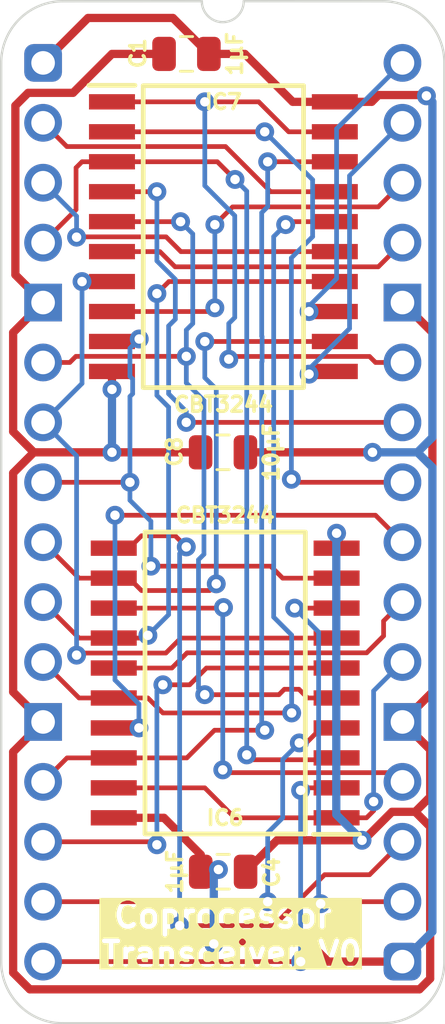
<source format=kicad_pcb>
(kicad_pcb (version 20241229) (generator "pcbnew") (generator_version "9.0")
  (title_block (title "Coprocessor Transceiver") (date "2025-06-17") (rev "V0"))
  (layers (0 "F.Cu" signal) (2 "B.Cu" signal) (13 "F.Paste" user) (15 "B.Paste" user) (5 "F.SilkS" user "F.Silkscreen") (7 "B.SilkS" user "B.Silkscreen") (1 "F.Mask" user) (3 "B.Mask" user) (25 "Edge.Cuts" user))
  (net 0 "")
  (net 1 "GND")
  (net 2 "5V")
  (net 3 "M~{Memory2•3}")
  (net 4 "M~{Memory0•1}")
  (net 5 "DM4")
  (net 6 "Q1D_{0}")
  (net 7 "Q1D_{4}")
  (net 8 "DM5")
  (net 9 "Q1D_{2}")
  (net 10 "Q1D_{3}")
  (net 11 "DM1")
  (net 12 "DM0")
  (net 13 "Q1D_{5}")
  (net 14 "Q1D_{1}")
  (net 15 "DM7")
  (net 16 "DM3")
  (net 17 "Q1D_{7}")
  (net 18 "DM6")
  (net 19 "Q1D_{6}")
  (net 20 "DM2")
  (net 21 "Q0D_{5}")
  (net 22 "Q0D_{1}")
  (net 23 "Q0D_{4}")
  (net 24 "Q0D_{0}")
  (net 25 "Q0D_{2}")
  (net 26 "Q0D_{3}")
  (net 27 "Q0D_{7}")
  (net 28 "Q0D_{6}")
  (footprint "SamacSys_Parts:C_0805" (layer "F.Cu") (at 6.096 -0.381 90)
    (property "Reference" "C1" (at 0.026999 -2.075 90) (layer "F.SilkS") (effects (font (size 0.635 0.635))))
    (property "Value" "1μF" (at 0 2.032 90) (layer "F.SilkS") (effects (font (size 0.635 0.635))))
    (fp_line (start 0.735 0.245252) (end 0.735 -0.277252) (stroke (width 0.12)) (layer "F.SilkS"))
    (fp_line (start -0.735 0.245252) (end -0.735 -0.277252) (stroke (width 0.12)) (layer "F.SilkS"))
    (pad "1" smd roundrect (at 0 0.934 180) (size 1 1.45) (layers "F.Cu" "F.Mask" "F.Paste") (net 2 "5V"))
    (pad "2" smd roundrect (at 0 -0.966 180) (size 1 1.45) (layers "F.Cu" "F.Mask" "F.Paste") (net 1 "GND"))
  )
  (footprint "SamacSys_Parts:SOIC127P1032X265-20N" (layer "F.Cu") (at 7.721 26.289 180)
    (property "Reference" "IC6" (at 0 -5.715 0) (layer "F.SilkS") (effects (font (size 0.635 0.635))))
    (property "Value" "CBT3244AD,112" (hide yes))
    (property "Silkscreen" "CBT3244" (at 0 7.111999 0) (layer "F.SilkS") (effects (font (size 0.635 0.635))))
    (fp_line (start 3.4 6.399999) (end -3.4 6.399999) (stroke (width 0.2)) (layer "F.SilkS"))
    (fp_line (start 3.4 -6.399999) (end 3.4 6.399999) (stroke (width 0.2)) (layer "F.SilkS"))
    (fp_line (start -3.4 6.399999) (end -3.4 -6.399999) (stroke (width 0.2)) (layer "F.SilkS"))
    (fp_line (start -3.4 -6.399999) (end 3.4 -6.399999) (stroke (width 0.2)) (layer "F.SilkS"))
    (fp_line (start -5.7 -6.415) (end -3.749999 -6.415) (stroke (width 0.2)) (layer "F.SilkS"))
    (pad "1" smd rect (at -4.725 -5.715 270) (size 0.65 1.95) (layers "F.Cu" "F.Mask" "F.Paste") (net 3 "M~{Memory2•3}"))
    (pad "2" smd rect (at -4.725 -4.445 270) (size 0.65 1.95) (layers "F.Cu" "F.Mask" "F.Paste") (net 17 "Q1D_{7}"))
    (pad "3" smd rect (at -4.725001 -3.175 270) (size 0.65 1.95) (layers "F.Cu" "F.Mask" "F.Paste") (net 12 "DM0"))
    (pad "4" smd rect (at -4.725 -1.905 270) (size 0.65 1.95) (layers "F.Cu" "F.Mask" "F.Paste") (net 19 "Q1D_{6}"))
    (pad "5" smd rect (at -4.725 -0.635 270) (size 0.65 1.95) (layers "F.Cu" "F.Mask" "F.Paste") (net 11 "DM1"))
    (pad "6" smd rect (at -4.725 0.635 270) (size 0.65 1.95) (layers "F.Cu" "F.Mask" "F.Paste") (net 13 "Q1D_{5}"))
    (pad "7" smd rect (at -4.725 1.905 270) (size 0.65 1.95) (layers "F.Cu" "F.Mask" "F.Paste") (net 20 "DM2"))
    (pad "8" smd rect (at -4.725001 3.175 270) (size 0.65 1.95) (layers "F.Cu" "F.Mask" "F.Paste") (net 7 "Q1D_{4}"))
    (pad "9" smd rect (at -4.725 4.445 270) (size 0.65 1.95) (layers "F.Cu" "F.Mask" "F.Paste") (net 16 "DM3"))
    (pad "10" smd rect (at -4.725 5.715 270) (size 0.65 1.95) (layers "F.Cu" "F.Mask" "F.Paste") (net 1 "GND"))
    (pad "11" smd rect (at 4.725 5.715 270) (size 0.65 1.95) (layers "F.Cu" "F.Mask" "F.Paste") (net 10 "Q1D_{3}"))
    (pad "12" smd rect (at 4.725 4.445 270) (size 0.65 1.95) (layers "F.Cu" "F.Mask" "F.Paste") (net 5 "DM4"))
    (pad "13" smd rect (at 4.725001 3.175 270) (size 0.65 1.95) (layers "F.Cu" "F.Mask" "F.Paste") (net 9 "Q1D_{2}"))
    (pad "14" smd rect (at 4.725 1.905 270) (size 0.65 1.95) (layers "F.Cu" "F.Mask" "F.Paste") (net 8 "DM5"))
    (pad "15" smd rect (at 4.725 0.635 270) (size 0.65 1.95) (layers "F.Cu" "F.Mask" "F.Paste") (net 14 "Q1D_{1}"))
    (pad "16" smd rect (at 4.725 -0.635 270) (size 0.65 1.95) (layers "F.Cu" "F.Mask" "F.Paste") (net 18 "DM6"))
    (pad "17" smd rect (at 4.725 -1.905 270) (size 0.65 1.95) (layers "F.Cu" "F.Mask" "F.Paste") (net 6 "Q1D_{0}"))
    (pad "18" smd rect (at 4.725001 -3.175 270) (size 0.65 1.95) (layers "F.Cu" "F.Mask" "F.Paste") (net 15 "DM7"))
    (pad "19" smd rect (at 4.725 -4.445 270) (size 0.65 1.95) (layers "F.Cu" "F.Mask" "F.Paste") (net 3 "M~{Memory2•3}"))
    (pad "20" smd rect (at 4.725 -5.715 270) (size 0.65 1.95) (layers "F.Cu" "F.Mask" "F.Paste") (net 2 "5V"))
  )
  (footprint "SamacSys_Parts:C_0805" (layer "F.Cu") (at 7.646 16.51 90)
    (property "Reference" "C8" (at 0.026999 -2.075 90) (layer "F.SilkS") (effects (font (size 0.635 0.635))))
    (property "Value" "10µF" (at 0 2.032 90) (layer "F.SilkS") (effects (font (size 0.635 0.635))))
    (fp_line (start 0.735 0.245252) (end 0.735 -0.277252) (stroke (width 0.12)) (layer "F.SilkS"))
    (fp_line (start -0.735 0.245252) (end -0.735 -0.277252) (stroke (width 0.12)) (layer "F.SilkS"))
    (pad "1" smd roundrect (at 0 0.934 180) (size 1 1.45) (layers "F.Cu" "F.Mask" "F.Paste") (net 2 "5V"))
    (pad "2" smd roundrect (at 0 -0.966 180) (size 1 1.45) (layers "F.Cu" "F.Mask" "F.Paste") (net 1 "GND"))
  )
  (footprint "SamacSys_Parts:C_0805" (layer "F.Cu") (at 7.62 34.29 -90)
    (property "Reference" "C4" (at 0.026999 -2.075 90) (layer "F.SilkS") (effects (font (size 0.635 0.635))))
    (property "Value" "1μF" (at 0 2.032 90) (layer "F.SilkS") (effects (font (size 0.635 0.635))))
    (fp_line (start -0.735 0.245252) (end -0.735 -0.277252) (stroke (width 0.12)) (layer "F.SilkS"))
    (fp_line (start 0.735 0.245252) (end 0.735 -0.277252) (stroke (width 0.12)) (layer "F.SilkS"))
    (pad "1" smd roundrect (at 0 0.934) (size 1 1.45) (layers "F.Cu" "F.Mask" "F.Paste") (net 2 "5V"))
    (pad "2" smd roundrect (at 0 -0.966) (size 1 1.45) (layers "F.Cu" "F.Mask" "F.Paste") (net 1 "GND"))
  )
  (footprint "SamacSys_Parts:DIP-32_Board_W15.24mm" (layer "F.Cu") (at 0 0)
    (property "Reference" "J2" (hide yes))
    (property "Value" "Board 2x16 W15.24mm" (hide yes))
    (fp_line (start -1.778 38.1) (end -1.778 0) (stroke (width 0.1)) (layer "Edge.Cuts"))
    (fp_line (start 6.731 -2.6162) (end 0.835732 -2.613732) (stroke (width 0.1)) (layer "Edge.Cuts"))
    (fp_line (start 14.404267 -2.613733) (end 8.509 -2.6162) (stroke (width 0.1)) (layer "Edge.Cuts"))
    (fp_line (start 14.404268 40.713732) (end 0.835733 40.713733) (stroke (width 0.1)) (layer "Edge.Cuts"))
    (fp_line (start 17.018 38.1) (end 17.017999 -0.000001) (stroke (width 0.1)) (layer "Edge.Cuts"))
    (fp_arc (start -1.778 0) (mid -1.012456 -1.848188) (end 0.835732 -2.613732) (stroke (width 0.1)) (layer "Edge.Cuts"))
    (fp_arc (start 0.835733 40.713733) (mid -1.012456 39.948189) (end -1.778 38.1) (stroke (width 0.1)) (layer "Edge.Cuts"))
    (fp_arc (start 8.509 -2.6162) (mid 7.62 -1.7272) (end 6.731 -2.6162) (stroke (width 0.1)) (layer "Edge.Cuts"))
    (fp_arc (start 14.404267 -2.613733) (mid 16.252455 -1.848189) (end 17.017999 -0.000001) (stroke (width 0.1)) (layer "Edge.Cuts"))
    (fp_arc (start 17.018 38.1) (mid 16.252455 39.948187) (end 14.404268 40.713732) (stroke (width 0.1)) (layer "Edge.Cuts"))
    (pad "1" thru_hole roundrect (at 0 0) (size 1.6 1.6) (drill 1) (layers "*.Cu" "*.Mask") (net 2 "5V"))
    (pad "2" thru_hole oval (at 0 2.54) (size 1.6 1.6) (drill 1) (layers "*.Cu" "*.Mask") (net 24 "Q0D_{0}"))
    (pad "3" thru_hole oval (at 0 5.08) (size 1.6 1.6) (drill 1) (layers "*.Cu" "*.Mask") (net 22 "Q0D_{1}"))
    (pad "4" thru_hole oval (at 0 7.62) (size 1.6 1.6) (drill 1) (layers "*.Cu" "*.Mask") (net 12 "DM0"))
    (pad "5" thru_hole rect (at 0 10.16) (size 1.6 1.6) (drill 1) (layers "*.Cu" "*.Mask") (net 1 "GND"))
    (pad "6" thru_hole oval (at 0 12.7) (size 1.6 1.6) (drill 1) (layers "*.Cu" "*.Mask") (net 11 "DM1"))
    (pad "7" thru_hole oval (at 0 15.24) (size 1.6 1.6) (drill 1) (layers "*.Cu" "*.Mask") (net 20 "DM2"))
    (pad "8" thru_hole oval (at 0 17.78) (size 1.6 1.6) (drill 1) (layers "*.Cu" "*.Mask") (net 16 "DM3"))
    (pad "9" thru_hole oval (at 0 20.32) (size 1.6 1.6) (drill 1) (layers "*.Cu" "*.Mask") (net 5 "DM4"))
    (pad "10" thru_hole oval (at 0 22.86) (size 1.6 1.6) (drill 1) (layers "*.Cu" "*.Mask") (net 8 "DM5"))
    (pad "11" thru_hole oval (at 0 25.4) (size 1.6 1.6) (drill 1) (layers "*.Cu" "*.Mask") (net 18 "DM6"))
    (pad "12" thru_hole rect (at 0 27.94) (size 1.6 1.6) (drill 1) (layers "*.Cu" "*.Mask") (net 1 "GND"))
    (pad "13" thru_hole oval (at 0 30.48) (size 1.6 1.6) (drill 1) (layers "*.Cu" "*.Mask") (net 15 "DM7"))
    (pad "14" thru_hole oval (at 0 33.02) (size 1.6 1.6) (drill 1) (layers "*.Cu" "*.Mask") (net 13 "Q1D_{5}"))
    (pad "15" thru_hole oval (at 0 35.56) (size 1.6 1.6) (drill 1) (layers "*.Cu" "*.Mask") (net 19 "Q1D_{6}"))
    (pad "16" thru_hole oval (at 0 38.1) (size 1.6 1.6) (drill 1) (layers "*.Cu" "*.Mask") (net 17 "Q1D_{7}"))
    (pad "17" thru_hole roundrect (at 15.24 38.1) (size 1.6 1.6) (drill 1) (layers "*.Cu" "*.Mask") (net 2 "5V"))
    (pad "18" thru_hole oval (at 15.24 35.56 180) (size 1.6 1.6) (drill 1) (layers "*.Cu" "*.Mask") (net 7 "Q1D_{4}"))
    (pad "19" thru_hole oval (at 15.24 33.02 180) (size 1.6 1.6) (drill 1) (layers "*.Cu" "*.Mask") (net 10 "Q1D_{3}"))
    (pad "20" thru_hole oval (at 15.24 30.48 180) (size 1.6 1.6) (drill 1) (layers "*.Cu" "*.Mask") (net 9 "Q1D_{2}"))
    (pad "21" thru_hole rect (at 15.24 27.94) (size 1.6 1.6) (drill 1) (layers "*.Cu" "*.Mask") (net 1 "GND"))
    (pad "22" thru_hole oval (at 15.24 25.4) (size 1.6 1.6) (drill 1) (layers "*.Cu" "*.Mask") (net 3 "M~{Memory2•3}"))
    (pad "23" thru_hole oval (at 15.24 22.86) (size 1.6 1.6) (drill 1) (layers "*.Cu" "*.Mask") (net 14 "Q1D_{1}"))
    (pad "24" thru_hole oval (at 15.24 20.32) (size 1.6 1.6) (drill 1) (layers "*.Cu" "*.Mask") (net 6 "Q1D_{0}"))
    (pad "25" thru_hole oval (at 15.24 17.78) (size 1.6 1.6) (drill 1) (layers "*.Cu" "*.Mask") (net 27 "Q0D_{7}"))
    (pad "26" thru_hole oval (at 15.24 15.24) (size 1.6 1.6) (drill 1) (layers "*.Cu" "*.Mask") (net 28 "Q0D_{6}"))
    (pad "27" thru_hole oval (at 15.24 12.7) (size 1.6 1.6) (drill 1) (layers "*.Cu" "*.Mask") (net 4 "M~{Memory0•1}"))
    (pad "28" thru_hole rect (at 15.24 10.16) (size 1.6 1.6) (drill 1) (layers "*.Cu" "*.Mask") (net 1 "GND"))
    (pad "29" thru_hole oval (at 15.24 7.62) (size 1.6 1.6) (drill 1) (layers "*.Cu" "*.Mask") (net 21 "Q0D_{5}"))
    (pad "30" thru_hole oval (at 15.24 5.08) (size 1.6 1.6) (drill 1) (layers "*.Cu" "*.Mask") (net 23 "Q0D_{4}"))
    (pad "31" thru_hole oval (at 15.24 2.54) (size 1.6 1.6) (drill 1) (layers "*.Cu" "*.Mask") (net 26 "Q0D_{3}"))
    (pad "32" thru_hole oval (at 15.24 0) (size 1.6 1.6) (drill 1) (layers "*.Cu" "*.Mask") (net 25 "Q0D_{2}"))
  )
  (footprint "SamacSys_Parts:SOIC127P1032X265-20N" (layer "F.Cu") (at 7.646 7.366)
    (property "Reference" "IC7" (at 0 -5.715 0) (layer "F.SilkS") (effects (font (size 0.635 0.635))))
    (property "Value" "CBT3244AD,112" (hide yes))
    (property "Silkscreen" "CBT3244" (at 0 7.112 0) (layer "F.SilkS") (effects (font (size 0.635 0.635))))
    (fp_line (start -5.7 -6.415) (end -3.75 -6.415) (stroke (width 0.2)) (layer "F.SilkS"))
    (fp_line (start -3.4 -6.4) (end 3.4 -6.4) (stroke (width 0.2)) (layer "F.SilkS"))
    (fp_line (start -3.4 6.4) (end -3.4 -6.4) (stroke (width 0.2)) (layer "F.SilkS"))
    (fp_line (start 3.4 -6.4) (end 3.4 6.4) (stroke (width 0.2)) (layer "F.SilkS"))
    (fp_line (start 3.4 6.4) (end -3.4 6.4) (stroke (width 0.2)) (layer "F.SilkS"))
    (pad "1" smd rect (at -4.725 -5.715 90) (size 0.65 1.95) (layers "F.Cu" "F.Mask" "F.Paste") (net 4 "M~{Memory0•1}"))
    (pad "2" smd rect (at -4.725 -4.445 90) (size 0.65 1.95) (layers "F.Cu" "F.Mask" "F.Paste") (net 27 "Q0D_{7}"))
    (pad "3" smd rect (at -4.725 -3.175 90) (size 0.65 1.95) (layers "F.Cu" "F.Mask" "F.Paste") (net 12 "DM0"))
    (pad "4" smd rect (at -4.725 -1.905 90) (size 0.65 1.95) (layers "F.Cu" "F.Mask" "F.Paste") (net 28 "Q0D_{6}"))
    (pad "5" smd rect (at -4.725 -0.635 90) (size 0.65 1.95) (layers "F.Cu" "F.Mask" "F.Paste") (net 11 "DM1"))
    (pad "6" smd rect (at -4.725 0.635 90) (size 0.65 1.95) (layers "F.Cu" "F.Mask" "F.Paste") (net 21 "Q0D_{5}"))
    (pad "7" smd rect (at -4.725 1.905 90) (size 0.65 1.95) (layers "F.Cu" "F.Mask" "F.Paste") (net 20 "DM2"))
    (pad "8" smd rect (at -4.725 3.175 90) (size 0.65 1.95) (layers "F.Cu" "F.Mask" "F.Paste") (net 23 "Q0D_{4}"))
    (pad "9" smd rect (at -4.725 4.445 90) (size 0.65 1.95) (layers "F.Cu" "F.Mask" "F.Paste") (net 16 "DM3"))
    (pad "10" smd rect (at -4.725 5.715 90) (size 0.65 1.95) (layers "F.Cu" "F.Mask" "F.Paste") (net 1 "GND"))
    (pad "11" smd rect (at 4.725 5.715 90) (size 0.65 1.95) (layers "F.Cu" "F.Mask" "F.Paste") (net 26 "Q0D_{3}"))
    (pad "12" smd rect (at 4.725 4.445 90) (size 0.65 1.95) (layers "F.Cu" "F.Mask" "F.Paste") (net 5 "DM4"))
    (pad "13" smd rect (at 4.725 3.175 90) (size 0.65 1.95) (layers "F.Cu" "F.Mask" "F.Paste") (net 25 "Q0D_{2}"))
    (pad "14" smd rect (at 4.725 1.905 90) (size 0.65 1.95) (layers "F.Cu" "F.Mask" "F.Paste") (net 8 "DM5"))
    (pad "15" smd rect (at 4.725 0.635 90) (size 0.65 1.95) (layers "F.Cu" "F.Mask" "F.Paste") (net 22 "Q0D_{1}"))
    (pad "16" smd rect (at 4.725 -0.635 90) (size 0.65 1.95) (layers "F.Cu" "F.Mask" "F.Paste") (net 18 "DM6"))
    (pad "17" smd rect (at 4.725 -1.905 90) (size 0.65 1.95) (layers "F.Cu" "F.Mask" "F.Paste") (net 24 "Q0D_{0}"))
    (pad "18" smd rect (at 4.725 -3.175 90) (size 0.65 1.95) (layers "F.Cu" "F.Mask" "F.Paste") (net 15 "DM7"))
    (pad "19" smd rect (at 4.725 -4.445 90) (size 0.65 1.95) (layers "F.Cu" "F.Mask" "F.Paste") (net 4 "M~{Memory0•1}"))
    (pad "20" smd rect (at 4.725 -5.715 90) (size 0.65 1.95) (layers "F.Cu" "F.Mask" "F.Paste") (net 2 "5V"))
  )
  (gr_text "Coprocessor \nTransceiver V0" (at 8.001 38.354 0) (layer "F.SilkS" knockout) (effects (font (size 1 1) (thickness 0.2) (bold yes)) (justify bottom)))
  (segment (start -1.27 15.633116) (end -0.393116 16.51) (width 0.35) (layer "F.Cu") (net 1))
  (segment (start -1.27 29.21) (end -1.27 38.570555) (width 0.35) (layer "F.Cu") (net 1))
  (segment (start -1.27 26.67) (end 0 27.94) (width 0.35) (layer "F.Cu") (net 1))
  (segment (start 2.921 -0.381) (end 1.27 1.27) (width 0.35) (layer "F.Cu") (net 1))
  (segment (start 16.416 31.115) (end 16.416 29.116) (width 0.35) (layer "F.Cu") (net 1))
  (segment (start 15.781 31.75) (end 16.416 31.115) (width 0.35) (layer "F.Cu") (net 1))
  (segment (start 16.416 32.385) (end 15.781 31.75) (width 0.35) (layer "F.Cu") (net 1))
  (segment (start 16.416 29.116) (end 15.24 27.94) (width 0.35) (layer "F.Cu") (net 1))
  (segment (start 8.586 34.29) (end 9.9195 32.9565) (width 0.35) (layer "F.Cu") (net 1))
  (segment (start 16.51 11.43) (end 16.51 26.67) (width 0.35) (layer "F.Cu") (net 1))
  (segment (start 0 10.16) (end -1.27 11.43) (width 0.35) (layer "F.Cu") (net 1))
  (segment (start -1.27 17.386884) (end -1.27 26.67) (width 0.35) (layer "F.Cu") (net 1))
  (segment (start 15.24 10.16) (end 16.51 11.43) (width 0.35) (layer "F.Cu") (net 1))
  (segment (start -1.27 17.386884) (end -0.393116 16.51) (width 0.35) (layer "F.Cu") (net 1))
  (segment (start 0 27.94) (end -1.27 29.21) (width 0.35) (layer "F.Cu") (net 1))
  (segment (start 15.96143 39.276) (end 16.416 38.82143) (width 0.35) (layer "F.Cu") (net 1))
  (segment (start 2.921 16.51) (end -0.393116 16.51) (width 0.35) (layer "F.Cu") (net 1))
  (segment (start 6.68 16.51) (end 2.921 16.51) (width 0.35) (layer "F.Cu") (net 1))
  (segment (start -0.635 1.27) (end -1.176 1.811) (width 0.35) (layer "F.Cu") (net 1))
  (segment (start 16.51 26.67) (end 15.24 27.94) (width 0.35) (layer "F.Cu") (net 1))
  (segment (start 12.446 19.939) (end 12.446 20.574) (width 0.35) (layer "F.Cu") (net 1))
  (segment (start 5.13 -0.381) (end 2.921 -0.381) (width 0.35) (layer "F.Cu") (net 1))
  (segment (start 16.416 38.82143) (end 16.416 32.385) (width 0.35) (layer "F.Cu") (net 1))
  (segment (start -1.27 11.43) (end -1.27 15.633116) (width 0.35) (layer "F.Cu") (net 1))
  (segment (start 2.921 13.081) (end 2.921 13.843) (width 0.35) (layer "F.Cu") (net 1))
  (segment (start -1.176 1.811) (end -1.176 8.984) (width 0.35) (layer "F.Cu") (net 1))
  (segment (start 13.5885 32.9565) (end 13.5255 32.9565) (width 0.35) (layer "F.Cu") (net 1))
  (segment (start 14.795 31.75) (end 13.5885 32.9565) (width 0.35) (layer "F.Cu") (net 1))
  (segment (start 15.781 31.75) (end 14.795 31.75) (width 0.35) (layer "F.Cu") (net 1))
  (segment (start -0.564555 39.276) (end 15.96143 39.276) (width 0.35) (layer "F.Cu") (net 1))
  (segment (start 9.9195 32.9565) (end 13.5255 32.9565) (width 0.35) (layer "F.Cu") (net 1))
  (segment (start -1.176 8.984) (end 0 10.16) (width 0.35) (layer "F.Cu") (net 1))
  (segment (start 1.27 1.27) (end -0.635 1.27) (width 0.35) (layer "F.Cu") (net 1))
  (segment (start -1.27 38.570555) (end -0.564555 39.276) (width 0.35) (layer "F.Cu") (net 1))
  (via (at 2.921 16.51) (size 0.8) (drill 0.4) (layers "F.Cu" "B.Cu") (net 1))
  (via (at 12.446 19.939) (size 0.8) (drill 0.4) (layers "F.Cu" "B.Cu") (net 1))
  (via (at 13.5255 32.9565) (size 0.8) (drill 0.4) (layers "F.Cu" "B.Cu") (net 1))
  (via (at 2.921 13.843) (size 0.8) (drill 0.4) (layers "F.Cu" "B.Cu") (net 1))
  (segment (start 12.434 31.865) (end 13.5255 32.9565) (width 0.35) (layer "B.Cu") (net 1))
  (segment (start 12.434 19.951) (end 12.434 31.865) (width 0.35) (layer "B.Cu") (net 1))
  (segment (start 12.446 19.939) (end 12.434 19.951) (width 0.35) (layer "B.Cu") (net 1))
  (segment (start 2.921 13.843) (end 2.921 16.51) (width 0.35) (layer "B.Cu") (net 1))
  (segment (start 8.554 -0.381) (end 10.586 1.651) (width 0.35) (layer "F.Cu") (net 2))
  (segment (start 16.223 1.364) (end 14.224 1.364) (width 0.35) (layer "F.Cu") (net 2))
  (segment (start 12.088727 38.1) (end 11.263727 37.275) (width 0.35) (layer "F.Cu") (net 2))
  (segment (start 6.686 33.565) (end 5.125 32.004) (width 0.35) (layer "F.Cu") (net 2))
  (segment (start 7.03 -0.381) (end 5.506 -1.905) (width 0.35) (layer "F.Cu") (net 2))
  (segment (start 7.314 37.275) (end 7.239 37.35) (width 0.35) (layer "F.Cu") (net 2))
  (segment (start 12.371 1.651) (end 13.937 1.651) (width 0.35) (layer "F.Cu") (net 2))
  (segment (start 7.342312 34.29) (end 7.436 34.196312) (width 0.35) (layer "F.Cu") (net 2))
  (segment (start 5.125 32.004) (end 2.996 32.004) (width 0.35) (layer "F.Cu") (net 2))
  (segment (start 7.03 -0.381) (end 8.554 -0.381) (width 0.35) (layer "F.Cu") (net 2))
  (segment (start 16.256 1.397) (end 16.223 1.364) (width 0.35) (layer "F.Cu") (net 2))
  (segment (start 1.905 -1.905) (end 0 0) (width 0.35) (layer "F.Cu") (net 2))
  (segment (start 10.586 1.651) (end 12.371 1.651) (width 0.35) (layer "F.Cu") (net 2))
  (segment (start 13.937 1.651) (end 14.224 1.364) (width 0.35) (layer "F.Cu") (net 2))
  (segment (start 15.24 38.1) (end 12.088727 38.1) (width 0.35) (layer "F.Cu") (net 2))
  (segment (start 5.506 -1.905) (end 1.905 -1.905) (width 0.35) (layer "F.Cu") (net 2))
  (segment (start 6.686 34.29) (end 6.686 33.565) (width 0.35) (layer "F.Cu") (net 2))
  (segment (start 6.686 34.29) (end 7.342312 34.29) (width 0.35) (layer "F.Cu") (net 2))
  (segment (start 11.263727 37.275) (end 7.314 37.275) (width 0.35) (layer "F.Cu") (net 2))
  (segment (start 8.58 16.51) (end 13.97 16.51) (width 0.35) (layer "F.Cu") (net 2))
  (via (at 7.436 34.196312) (size 0.8) (drill 0.4) (layers "F.Cu" "B.Cu") (net 2))
  (via (at 13.97 16.51) (size 0.8) (drill 0.4) (layers "F.Cu" "B.Cu") (net 2))
  (via (at 7.239 37.35) (size 0.8) (drill 0.4) (layers "F.Cu" "B.Cu") (net 2))
  (via (at 16.256 1.397) (size 0.8) (drill 0.4) (layers "F.Cu" "B.Cu") (net 2))
  (segment (start 16.51 17.145) (end 16.51 36.83) (width 0.35) (layer "B.Cu") (net 2))
  (segment (start 16.51 1.651) (end 16.256 1.397) (width 0.35) (layer "B.Cu") (net 2))
  (segment (start 7.436 34.196312) (end 7.239 34.393312) (width 0.35) (layer "B.Cu") (net 2))
  (segment (start 15.875 16.51) (end 16.51 17.145) (width 0.35) (layer "B.Cu") (net 2))
  (segment (start 16.51 36.83) (end 15.24 38.1) (width 0.35) (layer "B.Cu") (net 2))
  (segment (start 7.239 34.393312) (end 7.239 37.35) (width 0.35) (layer "B.Cu") (net 2))
  (segment (start 15.875 16.51) (end 16.51 15.875) (width 0.35) (layer "B.Cu") (net 2))
  (segment (start 13.97 16.51) (end 15.875 16.51) (width 0.35) (layer "B.Cu") (net 2))
  (segment (start 16.51 15.875) (end 16.51 1.651) (width 0.35) (layer "B.Cu") (net 2))
  (segment (start 8.128 32.004) (end 12.446 32.004) (width 0.2) (layer "F.Cu") (net 3))
  (segment (start 2.996 30.734) (end 6.858 30.734) (width 0.2) (layer "F.Cu") (net 3))
  (segment (start 13.716 32.004) (end 14.017344 31.702656) (width 0.2) (layer "F.Cu") (net 3))
  (segment (start 12.446 32.004) (end 13.716 32.004) (width 0.2) (layer "F.Cu") (net 3))
  (segment (start 6.858 30.734) (end 8.128 32.004) (width 0.2) (layer "F.Cu") (net 3))
  (segment (start 14.017344 31.702656) (end 14.017344 31.317604) (width 0.2) (layer "F.Cu") (net 3))
  (via (at 14.017344 31.317604) (size 0.8) (drill 0.4) (layers "F.Cu" "B.Cu") (net 3))
  (segment (start 14.017344 31.317604) (end 14.017344 26.622656) (width 0.2) (layer "B.Cu") (net 3))
  (segment (start 14.017344 26.622656) (end 15.24 25.4) (width 0.2) (layer "B.Cu") (net 3))
  (segment (start 15.24 12.7) (end 14.097 12.7) (width 0.2) (layer "F.Cu") (net 4))
  (segment (start 6.858 1.651) (end 9.144 1.651) (width 0.2) (layer "F.Cu") (net 4))
  (segment (start 14.097 12.7) (end 13.843 12.446) (width 0.2) (layer "F.Cu") (net 4))
  (segment (start 13.843 12.446) (end 7.989 12.446) (width 0.2) (layer "F.Cu") (net 4))
  (segment (start 10.414 2.921) (end 12.371 2.921) (width 0.2) (layer "F.Cu") (net 4))
  (segment (start 7.989 12.446) (end 7.874 12.561) (width 0.2) (layer "F.Cu") (net 4))
  (segment (start 9.144 1.651) (end 10.414 2.921) (width 0.2) (layer "F.Cu") (net 4))
  (segment (start 2.921 1.651) (end 6.858 1.651) (width 0.2) (layer "F.Cu") (net 4))
  (via (at 7.874 12.561) (size 0.8) (drill 0.4) (layers "F.Cu" "B.Cu") (net 4))
  (via (at 6.858 1.651) (size 0.8) (drill 0.4) (layers "F.Cu" "B.Cu") (net 4))
  (segment (start 8.128 10.795) (end 7.874 11.049) (width 0.2) (layer "B.Cu") (net 4))
  (segment (start 6.858 1.651) (end 6.858 5.207) (width 0.2) (layer "B.Cu") (net 4))
  (segment (start 7.874 11.049) (end 7.874 12.561) (width 0.2) (layer "B.Cu") (net 4))
  (segment (start 6.858 5.207) (end 8.128 6.477) (width 0.2) (layer "B.Cu") (net 4))
  (segment (start 8.128 6.477) (end 8.128 10.795) (width 0.2) (layer "B.Cu") (net 4))
  (segment (start 7.06002 22.369) (end 7.34302 22.086) (width 0.2) (layer "F.Cu") (net 5))
  (segment (start 3.646 21.844) (end 4.171 22.369) (width 0.2) (layer "F.Cu") (net 5))
  (segment (start 0 20.32) (end 1.524 21.844) (width 0.2) (layer "F.Cu") (net 5))
  (segment (start 12.371 11.811) (end 6.858 11.811) (width 0.2) (layer "F.Cu") (net 5))
  (segment (start 4.171 22.369) (end 7.06002 22.369) (width 0.2) (layer "F.Cu") (net 5))
  (segment (start 1.524 21.844) (end 2.996 21.844) (width 0.2) (layer "F.Cu") (net 5))
  (via (at 6.858 11.811) (size 0.8) (drill 0.4) (layers "F.Cu" "B.Cu") (net 5))
  (via (at 7.34302 22.086) (size 0.8) (drill 0.4) (layers "F.Cu" "B.Cu") (net 5))
  (segment (start 7.34302 22.086) (end 7.34302 13.83202) (width 0.2) (layer "B.Cu") (net 5))
  (segment (start 6.858 13.347) (end 6.858 11.811) (width 0.2) (layer "B.Cu") (net 5))
  (segment (start 7.34302 13.83202) (end 6.858 13.347) (width 0.2) (layer "B.Cu") (net 5))
  (segment (start 2.996 28.194) (end 4.064 28.194) (width 0.2) (layer "F.Cu") (net 6))
  (segment (start 3.048 19.177) (end 14.097 19.177) (width 0.2) (layer "F.Cu") (net 6))
  (segment (start 14.097 19.177) (end 15.24 20.32) (width 0.2) (layer "F.Cu") (net 6))
  (via (at 4.064 28.194) (size 0.8) (drill 0.4) (layers "F.Cu" "B.Cu") (net 6))
  (via (at 3.048 19.177) (size 0.8) (drill 0.4) (layers "F.Cu" "B.Cu") (net 6))
  (segment (start 4.064 28.194) (end 4.064 27.178) (width 0.2) (layer "B.Cu") (net 6))
  (segment (start 3.048 26.162) (end 4.064 27.178) (width 0.2) (layer "B.Cu") (net 6))
  (segment (start 3.048 26.162) (end 3.048 19.177) (width 0.2) (layer "B.Cu") (net 6))
  (segment (start 15.24 35.56) (end 11.855662 35.56) (width 0.2) (layer "F.Cu") (net 7))
  (segment (start 11.855662 35.56) (end 11.769831 35.645831) (width 0.2) (layer "F.Cu") (net 7))
  (segment (start 10.668 23.114) (end 12.446001 23.114) (width 0.2) (layer "F.Cu") (net 7))
  (via (at 10.668 23.114) (size 0.8) (drill 0.4) (layers "F.Cu" "B.Cu") (net 7))
  (via (at 11.769831 35.645831) (size 0.8) (drill 0.4) (layers "F.Cu" "B.Cu") (net 7))
  (segment (start 11.684 35.56) (end 11.684 24.13) (width 0.2) (layer "B.Cu") (net 7))
  (segment (start 11.684 24.13) (end 10.668 23.114) (width 0.2) (layer "B.Cu") (net 7))
  (segment (start 11.769831 35.645831) (end 11.684 35.56) (width 0.2) (layer "B.Cu") (net 7))
  (segment (start 0 22.86) (end 1.524 24.384) (width 0.2) (layer "F.Cu") (net 8))
  (segment (start 12.371 9.271) (end 5.334 9.271) (width 0.2) (layer "F.Cu") (net 8))
  (segment (start 4.33 24.384) (end 4.445 24.269) (width 0.2) (layer "F.Cu") (net 8))
  (segment (start 1.524 24.384) (end 2.996 24.384) (width 0.2) (layer "F.Cu") (net 8))
  (segment (start 2.996 24.384) (end 4.33 24.384) (width 0.2) (layer "F.Cu") (net 8))
  (segment (start 5.334 9.271) (end 4.826 9.779) (width 0.2) (layer "F.Cu") (net 8))
  (via (at 4.445 24.269) (size 0.8) (drill 0.4) (layers "F.Cu" "B.Cu") (net 8))
  (via (at 4.826 9.779) (size 0.8) (drill 0.4) (layers "F.Cu" "B.Cu") (net 8))
  (segment (start 5.322 14.592999) (end 4.826 14.096999) (width 0.2) (layer "B.Cu") (net 8))
  (segment (start 4.826 14.096999) (end 4.826 9.779) (width 0.2) (layer "B.Cu") (net 8))
  (segment (start 5.322 23.392) (end 5.322 14.592999) (width 0.2) (layer "B.Cu") (net 8))
  (segment (start 4.445 24.269) (end 5.322 23.392) (width 0.2) (layer "B.Cu") (net 8))
  (segment (start 7.626556 23.114) (end 7.65062 23.089936) (width 0.2) (layer "F.Cu") (net 9))
  (segment (start 2.995999 23.114) (end 7.626556 23.114) (width 0.2) (layer "F.Cu") (net 9))
  (segment (start 14.85 30.09) (end 7.738 30.09) (width 0.2) (layer "F.Cu") (net 9))
  (segment (start 7.738 30.09) (end 7.62 29.972) (width 0.2) (layer "F.Cu") (net 9))
  (via (at 7.65062 23.089936) (size 0.8) (drill 0.4) (layers "F.Cu" "B.Cu") (net 9))
  (via (at 7.62 29.972) (size 0.8) (drill 0.4) (layers "F.Cu" "B.Cu") (net 9))
  (segment (start 7.62 29.972) (end 7.62 23.120556) (width 0.2) (layer "B.Cu") (net 9))
  (segment (start 7.62 23.120556) (end 7.65062 23.089936) (width 0.2) (layer "B.Cu") (net 9))
  (segment (start 5.601417 20.049) (end 6.072 20.519583) (width 0.2) (layer "F.Cu") (net 10))
  (segment (start 4.171 20.049) (end 5.601417 20.049) (width 0.2) (layer "F.Cu") (net 10))
  (segment (start 3.646 20.574) (end 4.171 20.049) (width 0.2) (layer "F.Cu") (net 10))
  (segment (start 9.779 36.576) (end 5.790712 36.576) (width 0.2) (layer "F.Cu") (net 10))
  (segment (start 15.24 33.02) (end 13.843 34.417) (width 0.2) (layer "F.Cu") (net 10))
  (segment (start 11.938 34.417) (end 9.779 36.576) (width 0.2) (layer "F.Cu") (net 10))
  (segment (start 13.843 34.417) (end 11.938 34.417) (width 0.2) (layer "F.Cu") (net 10))
  (via (at 5.790712 36.576) (size 0.8) (drill 0.4) (layers "F.Cu" "B.Cu") (net 10))
  (via (at 6.072 20.519583) (size 0.8) (drill 0.4) (layers "F.Cu" "B.Cu") (net 10))
  (segment (start 5.790712 20.800871) (end 5.790712 36.576) (width 0.2) (layer "B.Cu") (net 10))
  (segment (start 6.072 20.519583) (end 5.790712 20.800871) (width 0.2) (layer "B.Cu") (net 10))
  (segment (start 10.000896 26.784443) (end 6.855379 26.784443) (width 0.2) (layer "F.Cu") (net 11))
  (segment (start 10.851661 26.555) (end 10.230339 26.555) (width 0.2) (layer "F.Cu") (net 11))
  (segment (start 0 12.7) (end 1.13137 12.7) (width 0.2) (layer "F.Cu") (net 11))
  (segment (start 1.389222 12.442148) (end 6.074005 12.442148) (width 0.2) (layer "F.Cu") (net 11))
  (segment (start 11.220661 26.924) (end 10.851661 26.555) (width 0.2) (layer "F.Cu") (net 11))
  (segment (start 1.13137 12.7) (end 1.389222 12.442148) (width 0.2) (layer "F.Cu") (net 11))
  (segment (start 2.921 6.731) (end 5.83 6.731) (width 0.2) (layer "F.Cu") (net 11))
  (segment (start 10.230339 26.555) (end 10.000896 26.784443) (width 0.2) (layer "F.Cu") (net 11))
  (segment (start 12.446 26.924) (end 11.220661 26.924) (width 0.2) (layer "F.Cu") (net 11))
  (via (at 5.83 6.731) (size 0.8) (drill 0.4) (layers "F.Cu" "B.Cu") (net 11))
  (via (at 6.074005 12.442148) (size 0.8) (drill 0.4) (layers "F.Cu" "B.Cu") (net 11))
  (via (at 6.855379 26.784443) (size 0.8) (drill 0.4) (layers "F.Cu" "B.Cu") (net 11))
  (segment (start 5.83 6.731) (end 6.34715 7.24815) (width 0.2) (layer "B.Cu") (net 11))
  (segment (start 6.822 14.315) (end 6.074005 13.567005) (width 0.2) (layer "B.Cu") (net 11))
  (segment (start 6.855379 26.784443) (end 6.590226 26.51929) (width 0.2) (layer "B.Cu") (net 11))
  (segment (start 6.34715 7.24815) (end 6.34715 11.049) (width 0.2) (layer "B.Cu") (net 11))
  (segment (start 6.590226 21.062018) (end 6.822 20.830244) (width 0.2) (layer "B.Cu") (net 11))
  (segment (start 6.822 20.830244) (end 6.822 14.315) (width 0.2) (layer "B.Cu") (net 11))
  (segment (start 6.074005 11.322145) (end 6.34715 11.049) (width 0.2) (layer "B.Cu") (net 11))
  (segment (start 6.074005 12.442148) (end 6.074005 11.322145) (width 0.2) (layer "B.Cu") (net 11))
  (segment (start 6.590226 26.51929) (end 6.590226 21.062018) (width 0.2) (layer "B.Cu") (net 11))
  (segment (start 6.074005 13.567005) (end 6.074005 12.442148) (width 0.2) (layer "B.Cu") (net 11))
  (segment (start 12.367111 29.54289) (end 8.84189 29.54289) (width 0.2) (layer "F.Cu") (net 12))
  (segment (start 1.397 4.445) (end 1.651 4.191) (width 0.2) (layer "F.Cu") (net 12))
  (segment (start 7.389 4.191) (end 8.1395 4.9415) (width 0.2) (layer "F.Cu") (net 12))
  (segment (start 2.921 4.191) (end 7.389 4.191) (width 0.2) (layer "F.Cu") (net 12))
  (segment (start 1.651 4.191) (end 2.921 4.191) (width 0.2) (layer "F.Cu") (net 12))
  (segment (start 8.84189 29.54289) (end 8.636 29.337) (width 0.2) (layer "F.Cu") (net 12))
  (segment (start 1.397 6.223) (end 1.397 4.445) (width 0.2) (layer "F.Cu") (net 12))
  (segment (start 0 7.62) (end 1.397 6.223) (width 0.2) (layer "F.Cu") (net 12))
  (via (at 8.636 29.337) (size 0.8) (drill 0.4) (layers "F.Cu" "B.Cu") (net 12))
  (via (at 8.1395 4.9415) (size 0.8) (drill 0.4) (layers "F.Cu" "B.Cu") (net 12))
  (segment (start 8.636 5.438) (end 8.1395 4.9415) (width 0.2) (layer "B.Cu") (net 12))
  (segment (start 8.636 29.337) (end 8.636 5.438) (width 0.2) (layer "B.Cu") (net 12))
  (segment (start 6.925161 25.654) (end 6.214034 26.365127) (width 0.2) (layer "F.Cu") (net 13))
  (segment (start 0 33.02) (end 4.699 33.02) (width 0.2) (layer "F.Cu") (net 13))
  (segment (start 6.214034 26.365127) (end 5.08 26.365127) (width 0.2) (layer "F.Cu") (net 13))
  (segment (start 12.446 25.654) (end 6.925161 25.654) (width 0.2) (layer "F.Cu") (net 13))
  (segment (start 4.699 33.02) (end 4.826 33.147) (width 0.2) (layer "F.Cu") (net 13))
  (via (at 4.826 33.147) (size 0.8) (drill 0.4) (layers "F.Cu" "B.Cu") (net 13))
  (via (at 5.08 26.365127) (size 0.8) (drill 0.4) (layers "F.Cu" "B.Cu") (net 13))
  (segment (start 4.826 33.147) (end 4.826 26.619127) (width 0.2) (layer "B.Cu") (net 13))
  (segment (start 4.826 26.619127) (end 5.08 26.365127) (width 0.2) (layer "B.Cu") (net 13))
  (segment (start 6.105 25.01) (end 13.722 25.01) (width 0.2) (layer "F.Cu") (net 14))
  (segment (start 13.722 25.01) (end 14.440001 24.291999) (width 0.2) (layer "F.Cu") (net 14))
  (segment (start 14.440001 24.291999) (end 14.440001 23.659999) (width 0.2) (layer "F.Cu") (net 14))
  (segment (start 2.996 25.654) (end 5.461 25.654) (width 0.2) (layer "F.Cu") (net 14))
  (segment (start 5.461 25.654) (end 6.105 25.01) (width 0.2) (layer "F.Cu") (net 14))
  (segment (start 14.440001 23.659999) (end 15.24 22.86) (width 0.2) (layer "F.Cu") (net 14))
  (segment (start 7.268522 28.291478) (end 9.398 28.291478) (width 0.2) (layer "F.Cu") (net 15))
  (segment (start 2.995999 29.464) (end 6.096 29.464) (width 0.2) (layer "F.Cu") (net 15))
  (segment (start 9.525 4.191) (end 12.371 4.191) (width 0.2) (layer "F.Cu") (net 15))
  (segment (start 6.096 29.464) (end 7.268522 28.291478) (width 0.2) (layer "F.Cu") (net 15))
  (segment (start 1.016 29.464) (end 2.995999 29.464) (width 0.2) (layer "F.Cu") (net 15))
  (segment (start 0 30.48) (end 1.016 29.464) (width 0.2) (layer "F.Cu") (net 15))
  (via (at 9.398 28.291478) (size 0.8) (drill 0.4) (layers "F.Cu" "B.Cu") (net 15))
  (via (at 9.525 4.191) (size 0.8) (drill 0.4) (layers "F.Cu" "B.Cu") (net 15))
  (segment (start 9.271 11.587726) (end 9.287279 11.604006) (width 0.2) (layer "B.Cu") (net 15))
  (segment (start 9.525 6.096) (end 9.271 6.35) (width 0.2) (layer "B.Cu") (net 15))
  (segment (start 9.271 6.35) (end 9.271 11.587726) (width 0.2) (layer "B.Cu") (net 15))
  (segment (start 9.287279 12.659068) (end 9.271 12.675347) (width 0.2) (layer "B.Cu") (net 15))
  (segment (start 9.525 4.191) (end 9.525 6.096) (width 0.2) (layer "B.Cu") (net 15))
  (segment (start 9.271 12.675347) (end 9.271 28.164478) (width 0.2) (layer "B.Cu") (net 15))
  (segment (start 9.271 28.164478) (end 9.398 28.291478) (width 0.2) (layer "B.Cu") (net 15))
  (segment (start 9.287279 11.604006) (end 9.287279 12.659068) (width 0.2) (layer "B.Cu") (net 15))
  (segment (start 3.97 11.811) (end 4.076 11.705) (width 0.2) (layer "F.Cu") (net 16))
  (segment (start 12.446 21.844) (end 10.16 21.844) (width 0.2) (layer "F.Cu") (net 16))
  (segment (start 2.921 11.811) (end 3.97 11.811) (width 0.2) (layer "F.Cu") (net 16))
  (segment (start 10.16 21.844) (end 9.652 21.336) (width 0.2) (layer "F.Cu") (net 16))
  (segment (start 4.572 21.336) (end 9.652 21.336) (width 0.2) (layer "F.Cu") (net 16))
  (segment (start 0 17.78) (end 3.683 17.78) (width 0.2) (layer "F.Cu") (net 16))
  (via (at 3.683 17.78) (size 0.8) (drill 0.4) (layers "F.Cu" "B.Cu") (net 16))
  (via (at 4.572 21.336) (size 0.8) (drill 0.4) (layers "F.Cu" "B.Cu") (net 16))
  (via (at 4.076 11.705) (size 0.8) (drill 0.4) (layers "F.Cu" "B.Cu") (net 16))
  (segment (start 3.798 14.026661) (end 3.683 14.141661) (width 0.2) (layer "B.Cu") (net 16))
  (segment (start 3.683 18.542) (end 4.572 19.431) (width 0.2) (layer "B.Cu") (net 16))
  (segment (start 3.798 13.405339) (end 3.798 14.026661) (width 0.2) (layer "B.Cu") (net 16))
  (segment (start 3.683 13.290339) (end 3.798 13.405339) (width 0.2) (layer "B.Cu") (net 16))
  (segment (start 4.076 11.705) (end 3.683 12.098) (width 0.2) (layer "B.Cu") (net 16))
  (segment (start 4.572 19.431) (end 4.572 21.336) (width 0.2) (layer "B.Cu") (net 16))
  (segment (start 3.683 17.78) (end 3.683 18.542) (width 0.2) (layer "B.Cu") (net 16))
  (segment (start 3.683 14.141661) (end 3.683 17.78) (width 0.2) (layer "B.Cu") (net 16))
  (segment (start 3.683 12.098) (end 3.683 13.290339) (width 0.2) (layer "B.Cu") (net 16))
  (segment (start 0 38.1) (end 10.922 38.1) (width 0.2) (layer "F.Cu") (net 17))
  (segment (start 12.446 30.734) (end 11.028 30.734) (width 0.2) (layer "F.Cu") (net 17))
  (segment (start 11.028 30.734) (end 10.922 30.84) (width 0.2) (layer "F.Cu") (net 17))
  (via (at 10.922 38.1) (size 0.8) (drill 0.4) (layers "F.Cu" "B.Cu") (net 17))
  (via (at 10.922 30.84) (size 0.8) (drill 0.4) (layers "F.Cu" "B.Cu") (net 17))
  (segment (start 10.922 30.84) (end 10.922 38.1) (width 0.2) (layer "B.Cu") (net 17))
  (segment (start 12.371 6.731) (end 10.411 6.731) (width 0.2) (layer "F.Cu") (net 18))
  (segment (start 0 25.4) (end 1.524 26.924) (width 0.2) (layer "F.Cu") (net 18))
  (segment (start 5.08 27.559) (end 10.541 27.559) (width 0.2) (layer "F.Cu") (net 18))
  (segment (start 1.524 26.924) (end 2.996 26.924) (width 0.2) (layer "F.Cu") (net 18))
  (segment (start 3.556 26.924) (end 4.445 26.924) (width 0.2) (layer "F.Cu") (net 18))
  (segment (start 10.411 6.731) (end 10.287 6.855) (width 0.2) (layer "F.Cu") (net 18))
  (segment (start 4.445 26.924) (end 5.08 27.559) (width 0.2) (layer "F.Cu") (net 18))
  (via (at 10.541 27.559) (size 0.8) (drill 0.4) (layers "F.Cu" "B.Cu") (net 18))
  (via (at 10.287 6.855) (size 0.8) (drill 0.4) (layers "F.Cu" "B.Cu") (net 18))
  (segment (start 10.541 27.559) (end 10.541 24.257) (width 0.2) (layer "B.Cu") (net 18))
  (segment (start 9.779 23.495) (end 9.779 7.363) (width 0.2) (layer "B.Cu") (net 18))
  (segment (start 10.541 24.257) (end 9.779 23.495) (width 0.2) (layer "B.Cu") (net 18))
  (segment (start 9.779 7.363) (end 10.287 6.855) (width 0.2) (layer "B.Cu") (net 18))
  (segment (start 11.796 28.194) (end 11.16051 28.82949) (width 0.2) (layer "F.Cu") (net 19))
  (segment (start 11.16051 28.82949) (end 10.864456 28.82949) (width 0.2) (layer "F.Cu") (net 19))
  (segment (start 0 35.56) (end 9.525 35.56) (width 0.2) (layer "F.Cu") (net 19))
  (via (at 10.864456 28.82949) (size 0.8) (drill 0.4) (layers "F.Cu" "B.Cu") (net 19))
  (via (at 9.525 35.56) (size 0.8) (drill 0.4) (layers "F.Cu" "B.Cu") (net 19))
  (segment (start 10.161 32.003) (end 10.161 29.532946) (width 0.2) (layer "B.Cu") (net 19))
  (segment (start 9.525 35.56) (end 9.525 32.639) (width 0.2) (layer "B.Cu") (net 19))
  (segment (start 9.525 32.639) (end 10.161 32.003) (width 0.2) (layer "B.Cu") (net 19))
  (segment (start 10.161 29.532946) (end 10.864456 28.82949) (width 0.2) (layer "B.Cu") (net 19))
  (segment (start 5.207 25.019) (end 1.508743 25.019) (width 0.2) (layer "F.Cu") (net 20))
  (segment (start 12.446 24.384) (end 5.842 24.384) (width 0.2) (layer "F.Cu") (net 20))
  (segment (start 5.842 24.384) (end 5.207 25.019) (width 0.2) (layer "F.Cu") (net 20))
  (segment (start 1.508743 25.019) (end 1.420202 25.107541) (width 0.2) (layer "F.Cu") (net 20))
  (segment (start 1.651 9.271) (end 2.921 9.271) (width 0.2) (layer "F.Cu") (net 20))
  (via (at 1.651 9.271) (size 0.8) (drill 0.4) (layers "F.Cu" "B.Cu") (net 20))
  (via (at 1.420202 25.107541) (size 0.8) (drill 0.4) (layers "F.Cu" "B.Cu") (net 20))
  (segment (start 0 15.24) (end 1.651 13.589) (width 0.2) (layer "B.Cu") (net 20))
  (segment (start 0 15.24) (end 1.420202 16.660202) (width 0.2) (layer "B.Cu") (net 20))
  (segment (start 1.420202 16.660202) (end 1.420202 25.107541) (width 0.2) (layer "B.Cu") (net 20))
  (segment (start 1.651 13.589) (end 1.651 9.271) (width 0.2) (layer "B.Cu") (net 20))
  (segment (start 4.953 8.001) (end 5.597 8.645) (width 0.2) (layer "F.Cu") (net 21))
  (segment (start 14.215 8.645) (end 15.24 7.62) (width 0.2) (layer "F.Cu") (net 21))
  (segment (start 2.921 8.001) (end 4.953 8.001) (width 0.2) (layer "F.Cu") (net 21))
  (segment (start 5.597 8.645) (end 14.215 8.645) (width 0.2) (layer "F.Cu") (net 21))
  (segment (start 5.842 8.001) (end 12.371 8.001) (width 0.2) (layer "F.Cu") (net 22))
  (segment (start 1.419732 7.387827) (end 1.432559 7.375) (width 0.2) (layer "F.Cu") (net 22))
  (segment (start 5.216 7.375) (end 5.842 8.001) (width 0.2) (layer "F.Cu") (net 22))
  (segment (start 1.432559 7.375) (end 5.216 7.375) (width 0.2) (layer "F.Cu") (net 22))
  (via (at 1.419732 7.387827) (size 0.8) (drill 0.4) (layers "F.Cu" "B.Cu") (net 22))
  (segment (start 0 5.08) (end 1.419732 6.499732) (width 0.2) (layer "B.Cu") (net 22))
  (segment (start 1.419732 6.499732) (end 1.419732 7.387827) (width 0.2) (layer "B.Cu") (net 22))
  (segment (start 8.037492 6.105) (end 7.284492 6.858) (width 0.2) (layer "F.Cu") (net 23))
  (segment (start 14.215 6.105) (end 8.037492 6.105) (width 0.2) (layer "F.Cu") (net 23))
  (segment (start 2.921 10.541) (end 7.125805 10.541) (width 0.2) (layer "F.Cu") (net 23))
  (segment (start 15.24 5.08) (end 14.215 6.105) (width 0.2) (layer "F.Cu") (net 23))
  (segment (start 7.125805 10.541) (end 7.284492 10.382313) (width 0.2) (layer "F.Cu") (net 23))
  (via (at 7.284492 6.858) (size 0.8) (drill 0.4) (layers "F.Cu" "B.Cu") (net 23))
  (via (at 7.284492 10.382313) (size 0.8) (drill 0.4) (layers "F.Cu" "B.Cu") (net 23))
  (segment (start 7.284492 6.858) (end 7.284492 10.382313) (width 0.2) (layer "B.Cu") (net 23))
  (segment (start 7.738 3.547) (end 9.652 5.461) (width 0.2) (layer "F.Cu") (net 24))
  (segment (start 9.652 5.461) (end 12.371 5.461) (width 0.2) (layer "F.Cu") (net 24))
  (segment (start 0 2.54) (end 1.007 3.547) (width 0.2) (layer "F.Cu") (net 24))
  (segment (start 1.007 3.547) (end 7.738 3.547) (width 0.2) (layer "F.Cu") (net 24))
  (segment (start 11.279 10.541) (end 12.371 10.541) (width 0.2) (layer "F.Cu") (net 25))
  (via (at 11.279 10.541) (size 0.8) (drill 0.4) (layers "F.Cu" "B.Cu") (net 25))
  (segment (start 15.24 0) (end 12.446 2.794) (width 0.2) (layer "B.Cu") (net 25))
  (segment (start 11.279 10.311) (end 11.279 10.541) (width 0.2) (layer "B.Cu") (net 25))
  (segment (start 12.446 9.144) (end 11.279 10.311) (width 0.2) (layer "B.Cu") (net 25))
  (segment (start 12.446 2.794) (end 12.446 9.144) (width 0.2) (layer "B.Cu") (net 25))
  (segment (start 12.371 13.081) (end 11.291 13.081) (width 0.2) (layer "F.Cu") (net 26))
  (segment (start 11.291 13.081) (end 11.279 13.093) (width 0.2) (layer "F.Cu") (net 26))
  (segment (start 11.279 13.093) (end 11.279 13.196) (width 0.2) (layer "F.Cu") (net 26))
  (via (at 11.279 13.196) (size 0.8) (drill 0.4) (layers "F.Cu" "B.Cu") (net 26))
  (segment (start 12.996 11.261) (end 11.279 12.978) (width 0.2) (layer "B.Cu") (net 26))
  (segment (start 15.24 2.54) (end 12.996 4.784) (width 0.2) (layer "B.Cu") (net 26))
  (segment (start 12.996 4.784) (end 12.996 11.261) (width 0.2) (layer "B.Cu") (net 26))
  (segment (start 11.279 12.978) (end 11.279 13.196) (width 0.2) (layer "B.Cu") (net 26))
  (segment (start 2.921 2.921) (end 9.398 2.921) (width 0.2) (layer "F.Cu") (net 27))
  (segment (start 10.656 17.78) (end 10.529 17.653) (width 0.2) (layer "F.Cu") (net 27))
  (segment (start 15.24 17.78) (end 10.656 17.78) (width 0.2) (layer "F.Cu") (net 27))
  (via (at 9.398 2.921) (size 0.8) (drill 0.4) (layers "F.Cu" "B.Cu") (net 27))
  (via (at 10.529 17.653) (size 0.8) (drill 0.4) (layers "F.Cu" "B.Cu") (net 27))
  (segment (start 10.529 17.653) (end 10.529 8.267) (width 0.2) (layer "B.Cu") (net 27))
  (segment (start 11.43 7.366) (end 11.43 4.953) (width 0.2) (layer "B.Cu") (net 27))
  (segment (start 11.43 4.953) (end 9.398 2.921) (width 0.2) (layer "B.Cu") (net 27))
  (segment (start 10.529 8.267) (end 11.43 7.366) (width 0.2) (layer "B.Cu") (net 27))
  (segment (start 2.921 5.461) (end 4.826 5.461) (width 0.2) (layer "F.Cu") (net 28))
  (segment (start 6.072 15.24) (end 15.24 15.24) (width 0.2) (layer "F.Cu") (net 28))
  (via (at 4.826 5.461) (size 0.8) (drill 0.4) (layers "F.Cu" "B.Cu") (net 28))
  (via (at 6.072 15.24) (size 0.8) (drill 0.4) (layers "F.Cu" "B.Cu") (net 28))
  (segment (start 5.324005 14.029318) (end 5.324005 11.150741) (width 0.2) (layer "B.Cu") (net 28))
  (segment (start 5.607 10.867746) (end 5.607 9.175) (width 0.2) (layer "B.Cu") (net 28))
  (segment (start 5.607 9.175) (end 4.826 8.394) (width 0.2) (layer "B.Cu") (net 28))
  (segment (start 6.072 14.777313) (end 5.324005 14.029318) (width 0.2) (layer "B.Cu") (net 28))
  (segment (start 6.072 15.24) (end 6.072 14.777313) (width 0.2) (layer "B.Cu") (net 28))
  (segment (start 5.324005 11.150741) (end 5.607 10.867746) (width 0.2) (layer "B.Cu") (net 28))
  (segment (start 4.826 8.394) (end 4.826 5.461) (width 0.2) (layer "B.Cu") (net 28))
)
</source>
